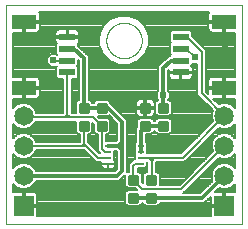
<source format=gtl>
G75*
%MOIN*%
%OFA0B0*%
%FSLAX25Y25*%
%IPPOS*%
%LPD*%
%AMOC8*
5,1,8,0,0,1.08239X$1,22.5*
%
%ADD10C,0.00000*%
%ADD11C,0.00875*%
%ADD12R,0.06500X0.06500*%
%ADD13C,0.06500*%
%ADD14R,0.05315X0.02362*%
%ADD15R,0.07874X0.04724*%
%ADD16R,0.01969X0.00984*%
%ADD17C,0.00700*%
%ADD18C,0.02400*%
%ADD19C,0.00800*%
%ADD20C,0.01200*%
D10*
X0001750Y0001350D02*
X0001750Y0074185D01*
X0080490Y0074185D01*
X0080490Y0001350D01*
X0001750Y0001350D01*
X0035214Y0062374D02*
X0035216Y0062527D01*
X0035222Y0062681D01*
X0035232Y0062834D01*
X0035246Y0062986D01*
X0035264Y0063139D01*
X0035286Y0063290D01*
X0035311Y0063441D01*
X0035341Y0063592D01*
X0035375Y0063742D01*
X0035412Y0063890D01*
X0035453Y0064038D01*
X0035498Y0064184D01*
X0035547Y0064330D01*
X0035600Y0064474D01*
X0035656Y0064616D01*
X0035716Y0064757D01*
X0035780Y0064897D01*
X0035847Y0065035D01*
X0035918Y0065171D01*
X0035993Y0065305D01*
X0036070Y0065437D01*
X0036152Y0065567D01*
X0036236Y0065695D01*
X0036324Y0065821D01*
X0036415Y0065944D01*
X0036509Y0066065D01*
X0036607Y0066183D01*
X0036707Y0066299D01*
X0036811Y0066412D01*
X0036917Y0066523D01*
X0037026Y0066631D01*
X0037138Y0066736D01*
X0037252Y0066837D01*
X0037370Y0066936D01*
X0037489Y0067032D01*
X0037611Y0067125D01*
X0037736Y0067214D01*
X0037863Y0067301D01*
X0037992Y0067383D01*
X0038123Y0067463D01*
X0038256Y0067539D01*
X0038391Y0067612D01*
X0038528Y0067681D01*
X0038667Y0067746D01*
X0038807Y0067808D01*
X0038949Y0067866D01*
X0039092Y0067921D01*
X0039237Y0067972D01*
X0039383Y0068019D01*
X0039530Y0068062D01*
X0039678Y0068101D01*
X0039827Y0068137D01*
X0039977Y0068168D01*
X0040128Y0068196D01*
X0040279Y0068220D01*
X0040432Y0068240D01*
X0040584Y0068256D01*
X0040737Y0068268D01*
X0040890Y0068276D01*
X0041043Y0068280D01*
X0041197Y0068280D01*
X0041350Y0068276D01*
X0041503Y0068268D01*
X0041656Y0068256D01*
X0041808Y0068240D01*
X0041961Y0068220D01*
X0042112Y0068196D01*
X0042263Y0068168D01*
X0042413Y0068137D01*
X0042562Y0068101D01*
X0042710Y0068062D01*
X0042857Y0068019D01*
X0043003Y0067972D01*
X0043148Y0067921D01*
X0043291Y0067866D01*
X0043433Y0067808D01*
X0043573Y0067746D01*
X0043712Y0067681D01*
X0043849Y0067612D01*
X0043984Y0067539D01*
X0044117Y0067463D01*
X0044248Y0067383D01*
X0044377Y0067301D01*
X0044504Y0067214D01*
X0044629Y0067125D01*
X0044751Y0067032D01*
X0044870Y0066936D01*
X0044988Y0066837D01*
X0045102Y0066736D01*
X0045214Y0066631D01*
X0045323Y0066523D01*
X0045429Y0066412D01*
X0045533Y0066299D01*
X0045633Y0066183D01*
X0045731Y0066065D01*
X0045825Y0065944D01*
X0045916Y0065821D01*
X0046004Y0065695D01*
X0046088Y0065567D01*
X0046170Y0065437D01*
X0046247Y0065305D01*
X0046322Y0065171D01*
X0046393Y0065035D01*
X0046460Y0064897D01*
X0046524Y0064757D01*
X0046584Y0064616D01*
X0046640Y0064474D01*
X0046693Y0064330D01*
X0046742Y0064184D01*
X0046787Y0064038D01*
X0046828Y0063890D01*
X0046865Y0063742D01*
X0046899Y0063592D01*
X0046929Y0063441D01*
X0046954Y0063290D01*
X0046976Y0063139D01*
X0046994Y0062986D01*
X0047008Y0062834D01*
X0047018Y0062681D01*
X0047024Y0062527D01*
X0047026Y0062374D01*
X0047024Y0062221D01*
X0047018Y0062067D01*
X0047008Y0061914D01*
X0046994Y0061762D01*
X0046976Y0061609D01*
X0046954Y0061458D01*
X0046929Y0061307D01*
X0046899Y0061156D01*
X0046865Y0061006D01*
X0046828Y0060858D01*
X0046787Y0060710D01*
X0046742Y0060564D01*
X0046693Y0060418D01*
X0046640Y0060274D01*
X0046584Y0060132D01*
X0046524Y0059991D01*
X0046460Y0059851D01*
X0046393Y0059713D01*
X0046322Y0059577D01*
X0046247Y0059443D01*
X0046170Y0059311D01*
X0046088Y0059181D01*
X0046004Y0059053D01*
X0045916Y0058927D01*
X0045825Y0058804D01*
X0045731Y0058683D01*
X0045633Y0058565D01*
X0045533Y0058449D01*
X0045429Y0058336D01*
X0045323Y0058225D01*
X0045214Y0058117D01*
X0045102Y0058012D01*
X0044988Y0057911D01*
X0044870Y0057812D01*
X0044751Y0057716D01*
X0044629Y0057623D01*
X0044504Y0057534D01*
X0044377Y0057447D01*
X0044248Y0057365D01*
X0044117Y0057285D01*
X0043984Y0057209D01*
X0043849Y0057136D01*
X0043712Y0057067D01*
X0043573Y0057002D01*
X0043433Y0056940D01*
X0043291Y0056882D01*
X0043148Y0056827D01*
X0043003Y0056776D01*
X0042857Y0056729D01*
X0042710Y0056686D01*
X0042562Y0056647D01*
X0042413Y0056611D01*
X0042263Y0056580D01*
X0042112Y0056552D01*
X0041961Y0056528D01*
X0041808Y0056508D01*
X0041656Y0056492D01*
X0041503Y0056480D01*
X0041350Y0056472D01*
X0041197Y0056468D01*
X0041043Y0056468D01*
X0040890Y0056472D01*
X0040737Y0056480D01*
X0040584Y0056492D01*
X0040432Y0056508D01*
X0040279Y0056528D01*
X0040128Y0056552D01*
X0039977Y0056580D01*
X0039827Y0056611D01*
X0039678Y0056647D01*
X0039530Y0056686D01*
X0039383Y0056729D01*
X0039237Y0056776D01*
X0039092Y0056827D01*
X0038949Y0056882D01*
X0038807Y0056940D01*
X0038667Y0057002D01*
X0038528Y0057067D01*
X0038391Y0057136D01*
X0038256Y0057209D01*
X0038123Y0057285D01*
X0037992Y0057365D01*
X0037863Y0057447D01*
X0037736Y0057534D01*
X0037611Y0057623D01*
X0037489Y0057716D01*
X0037370Y0057812D01*
X0037252Y0057911D01*
X0037138Y0058012D01*
X0037026Y0058117D01*
X0036917Y0058225D01*
X0036811Y0058336D01*
X0036707Y0058449D01*
X0036607Y0058565D01*
X0036509Y0058683D01*
X0036415Y0058804D01*
X0036324Y0058927D01*
X0036236Y0059053D01*
X0036152Y0059181D01*
X0036070Y0059311D01*
X0035993Y0059443D01*
X0035918Y0059577D01*
X0035847Y0059713D01*
X0035780Y0059851D01*
X0035716Y0059991D01*
X0035656Y0060132D01*
X0035600Y0060274D01*
X0035547Y0060418D01*
X0035498Y0060564D01*
X0035453Y0060710D01*
X0035412Y0060858D01*
X0035375Y0061006D01*
X0035341Y0061156D01*
X0035311Y0061307D01*
X0035286Y0061458D01*
X0035264Y0061609D01*
X0035246Y0061762D01*
X0035232Y0061914D01*
X0035222Y0062067D01*
X0035216Y0062221D01*
X0035214Y0062374D01*
D11*
X0035063Y0041163D02*
X0035063Y0038537D01*
X0032437Y0038537D01*
X0032437Y0041163D01*
X0035063Y0041163D01*
X0035063Y0039368D02*
X0032437Y0039368D01*
X0032437Y0040199D02*
X0035063Y0040199D01*
X0035063Y0041030D02*
X0032437Y0041030D01*
X0029063Y0041163D02*
X0029063Y0038537D01*
X0026437Y0038537D01*
X0026437Y0041163D01*
X0029063Y0041163D01*
X0029063Y0039368D02*
X0026437Y0039368D01*
X0026437Y0040199D02*
X0029063Y0040199D01*
X0029063Y0041030D02*
X0026437Y0041030D01*
X0029063Y0035163D02*
X0029063Y0032537D01*
X0026437Y0032537D01*
X0026437Y0035163D01*
X0029063Y0035163D01*
X0029063Y0033368D02*
X0026437Y0033368D01*
X0026437Y0034199D02*
X0029063Y0034199D01*
X0029063Y0035030D02*
X0026437Y0035030D01*
X0035063Y0035163D02*
X0035063Y0032537D01*
X0032437Y0032537D01*
X0032437Y0035163D01*
X0035063Y0035163D01*
X0035063Y0033368D02*
X0032437Y0033368D01*
X0032437Y0034199D02*
X0035063Y0034199D01*
X0035063Y0035030D02*
X0032437Y0035030D01*
X0046937Y0035163D02*
X0046937Y0032537D01*
X0046937Y0035163D02*
X0049563Y0035163D01*
X0049563Y0032537D01*
X0046937Y0032537D01*
X0046937Y0033368D02*
X0049563Y0033368D01*
X0049563Y0034199D02*
X0046937Y0034199D01*
X0046937Y0035030D02*
X0049563Y0035030D01*
X0055563Y0035163D02*
X0055563Y0032537D01*
X0052937Y0032537D01*
X0052937Y0035163D01*
X0055563Y0035163D01*
X0055563Y0033368D02*
X0052937Y0033368D01*
X0052937Y0034199D02*
X0055563Y0034199D01*
X0055563Y0035030D02*
X0052937Y0035030D01*
X0055563Y0038537D02*
X0055563Y0041163D01*
X0055563Y0038537D02*
X0052937Y0038537D01*
X0052937Y0041163D01*
X0055563Y0041163D01*
X0055563Y0039368D02*
X0052937Y0039368D01*
X0052937Y0040199D02*
X0055563Y0040199D01*
X0055563Y0041030D02*
X0052937Y0041030D01*
X0046937Y0041163D02*
X0046937Y0038537D01*
X0046937Y0041163D02*
X0049563Y0041163D01*
X0049563Y0038537D01*
X0046937Y0038537D01*
X0046937Y0039368D02*
X0049563Y0039368D01*
X0049563Y0040199D02*
X0046937Y0040199D01*
X0046937Y0041030D02*
X0049563Y0041030D01*
X0048937Y0017163D02*
X0048937Y0014537D01*
X0048937Y0017163D02*
X0051563Y0017163D01*
X0051563Y0014537D01*
X0048937Y0014537D01*
X0048937Y0015368D02*
X0051563Y0015368D01*
X0051563Y0016199D02*
X0048937Y0016199D01*
X0048937Y0017030D02*
X0051563Y0017030D01*
X0042937Y0017163D02*
X0042937Y0014537D01*
X0042937Y0017163D02*
X0045563Y0017163D01*
X0045563Y0014537D01*
X0042937Y0014537D01*
X0042937Y0015368D02*
X0045563Y0015368D01*
X0045563Y0016199D02*
X0042937Y0016199D01*
X0042937Y0017030D02*
X0045563Y0017030D01*
X0042937Y0011163D02*
X0042937Y0008537D01*
X0042937Y0011163D02*
X0045563Y0011163D01*
X0045563Y0008537D01*
X0042937Y0008537D01*
X0042937Y0009368D02*
X0045563Y0009368D01*
X0045563Y0010199D02*
X0042937Y0010199D01*
X0042937Y0011030D02*
X0045563Y0011030D01*
X0048937Y0011163D02*
X0048937Y0008537D01*
X0048937Y0011163D02*
X0051563Y0011163D01*
X0051563Y0008537D01*
X0048937Y0008537D01*
X0048937Y0009368D02*
X0051563Y0009368D01*
X0051563Y0010199D02*
X0048937Y0010199D01*
X0048937Y0011030D02*
X0051563Y0011030D01*
D12*
X0074585Y0007216D03*
X0007656Y0007216D03*
D13*
X0007656Y0017216D03*
X0007656Y0027216D03*
X0007656Y0037216D03*
X0074585Y0037216D03*
X0074585Y0027216D03*
X0074585Y0017216D03*
D14*
X0060018Y0051744D03*
X0060018Y0055681D03*
X0060018Y0059618D03*
X0060018Y0063555D03*
X0022222Y0063555D03*
X0022222Y0059618D03*
X0022222Y0055681D03*
X0022222Y0051744D03*
D15*
X0007754Y0046626D03*
X0007754Y0068673D03*
X0074486Y0068673D03*
X0074486Y0046626D03*
D16*
X0046683Y0027224D03*
X0046683Y0025256D03*
X0046683Y0023287D03*
X0046683Y0021319D03*
X0035856Y0021319D03*
X0035856Y0023287D03*
X0035856Y0025256D03*
X0035856Y0027224D03*
D17*
X0035200Y0028874D02*
X0035200Y0031050D01*
X0035679Y0031050D01*
X0036550Y0031921D01*
X0036550Y0035779D01*
X0035679Y0036650D01*
X0032901Y0036650D01*
X0032501Y0037050D01*
X0035679Y0037050D01*
X0035998Y0037369D01*
X0038800Y0034567D01*
X0038800Y0029133D01*
X0038541Y0028874D01*
X0035200Y0028874D01*
X0035200Y0029290D02*
X0038800Y0029290D01*
X0038800Y0029989D02*
X0035200Y0029989D01*
X0035200Y0030687D02*
X0038800Y0030687D01*
X0038800Y0031386D02*
X0036015Y0031386D01*
X0036550Y0032084D02*
X0038800Y0032084D01*
X0038800Y0032783D02*
X0036550Y0032783D01*
X0036550Y0033482D02*
X0038800Y0033482D01*
X0038800Y0034180D02*
X0036550Y0034180D01*
X0036550Y0034879D02*
X0038488Y0034879D01*
X0037789Y0035577D02*
X0036550Y0035577D01*
X0036053Y0036276D02*
X0037091Y0036276D01*
X0036392Y0036974D02*
X0032577Y0036974D01*
X0030550Y0034899D02*
X0030950Y0034499D01*
X0030950Y0031921D01*
X0031821Y0031050D01*
X0032300Y0031050D01*
X0032300Y0025649D01*
X0033212Y0024737D01*
X0032914Y0024737D01*
X0029800Y0027851D01*
X0029200Y0028451D01*
X0029200Y0031050D01*
X0029679Y0031050D01*
X0030550Y0031921D01*
X0030550Y0034899D01*
X0030550Y0034879D02*
X0030571Y0034879D01*
X0030550Y0034180D02*
X0030950Y0034180D01*
X0030950Y0033482D02*
X0030550Y0033482D01*
X0030550Y0032783D02*
X0030950Y0032783D01*
X0030950Y0032084D02*
X0030550Y0032084D01*
X0030015Y0031386D02*
X0031485Y0031386D01*
X0032300Y0030687D02*
X0029200Y0030687D01*
X0029200Y0029989D02*
X0032300Y0029989D01*
X0032300Y0029290D02*
X0029200Y0029290D01*
X0029200Y0028592D02*
X0032300Y0028592D01*
X0032300Y0027893D02*
X0029757Y0027893D01*
X0030456Y0027195D02*
X0032300Y0027195D01*
X0032300Y0026496D02*
X0031154Y0026496D01*
X0031853Y0025798D02*
X0032300Y0025798D01*
X0032551Y0025099D02*
X0032850Y0025099D01*
X0030546Y0023004D02*
X0008723Y0023004D01*
X0008511Y0022916D02*
X0010091Y0023571D01*
X0011301Y0024780D01*
X0011709Y0025766D01*
X0027783Y0025766D01*
X0031712Y0021837D01*
X0033522Y0021837D01*
X0033522Y0021319D01*
X0035856Y0021319D01*
X0035856Y0021318D01*
X0035856Y0021318D01*
X0035856Y0019476D01*
X0034694Y0019476D01*
X0034351Y0019568D01*
X0034043Y0019746D01*
X0033792Y0019997D01*
X0033614Y0020305D01*
X0033522Y0020649D01*
X0033522Y0021318D01*
X0035856Y0021318D01*
X0035856Y0019476D01*
X0037018Y0019476D01*
X0037362Y0019568D01*
X0037669Y0019746D01*
X0037921Y0019997D01*
X0038099Y0020305D01*
X0038191Y0020649D01*
X0038191Y0021318D01*
X0035856Y0021318D01*
X0035856Y0021319D01*
X0038191Y0021319D01*
X0038191Y0021988D01*
X0038099Y0022332D01*
X0037921Y0022640D01*
X0037891Y0022670D01*
X0037891Y0024214D01*
X0037833Y0024271D01*
X0037891Y0024328D01*
X0037891Y0025574D01*
X0038541Y0025574D01*
X0038800Y0025315D01*
X0038800Y0019533D01*
X0038133Y0018866D01*
X0011626Y0018866D01*
X0011301Y0019652D01*
X0010091Y0020861D01*
X0008511Y0021516D01*
X0006800Y0021516D01*
X0005220Y0020861D01*
X0004100Y0019742D01*
X0004100Y0024691D01*
X0005220Y0023571D01*
X0006800Y0022916D01*
X0008511Y0022916D01*
X0010223Y0023702D02*
X0029847Y0023702D01*
X0029149Y0024401D02*
X0010921Y0024401D01*
X0011433Y0025099D02*
X0028450Y0025099D01*
X0031244Y0022305D02*
X0004100Y0022305D01*
X0004100Y0021607D02*
X0033522Y0021607D01*
X0033522Y0020908D02*
X0009978Y0020908D01*
X0010743Y0020210D02*
X0033669Y0020210D01*
X0034564Y0019511D02*
X0011359Y0019511D01*
X0011626Y0015566D02*
X0039500Y0015566D01*
X0040466Y0016533D01*
X0041133Y0017200D01*
X0041133Y0017200D01*
X0041450Y0017517D01*
X0041450Y0013921D01*
X0042321Y0013050D01*
X0044999Y0013050D01*
X0045399Y0012650D01*
X0042321Y0012650D01*
X0041450Y0011779D01*
X0041450Y0007921D01*
X0042321Y0007050D01*
X0046179Y0007050D01*
X0047050Y0007921D01*
X0047050Y0008200D01*
X0047450Y0008200D01*
X0047450Y0007921D01*
X0048321Y0007050D01*
X0052179Y0007050D01*
X0053050Y0007921D01*
X0053050Y0008200D01*
X0067902Y0008200D01*
X0068868Y0009167D01*
X0069985Y0010283D01*
X0069985Y0007566D01*
X0074235Y0007566D01*
X0074235Y0011816D01*
X0071518Y0011816D01*
X0072944Y0013242D01*
X0073729Y0012916D01*
X0075440Y0012916D01*
X0077020Y0013571D01*
X0078140Y0014691D01*
X0078140Y0011782D01*
X0078012Y0011816D01*
X0074935Y0011816D01*
X0074935Y0007566D01*
X0074235Y0007566D01*
X0074235Y0006866D01*
X0069985Y0006866D01*
X0069985Y0003788D01*
X0070008Y0003700D01*
X0012232Y0003700D01*
X0012255Y0003788D01*
X0012255Y0006866D01*
X0008006Y0006866D01*
X0008006Y0007566D01*
X0012255Y0007566D01*
X0012255Y0010644D01*
X0012163Y0010987D01*
X0011986Y0011295D01*
X0011734Y0011546D01*
X0011427Y0011724D01*
X0011083Y0011816D01*
X0008005Y0011816D01*
X0008005Y0007566D01*
X0007306Y0007566D01*
X0007306Y0011816D01*
X0004228Y0011816D01*
X0004100Y0011782D01*
X0004100Y0014691D01*
X0005220Y0013571D01*
X0006800Y0012916D01*
X0008511Y0012916D01*
X0010091Y0013571D01*
X0011301Y0014780D01*
X0011626Y0015566D01*
X0011524Y0015320D02*
X0041450Y0015320D01*
X0041450Y0014622D02*
X0011142Y0014622D01*
X0010444Y0013923D02*
X0041450Y0013923D01*
X0042147Y0013225D02*
X0009256Y0013225D01*
X0008005Y0011129D02*
X0007306Y0011129D01*
X0007306Y0010431D02*
X0008005Y0010431D01*
X0008005Y0009732D02*
X0007306Y0009732D01*
X0007306Y0009034D02*
X0008005Y0009034D01*
X0008005Y0008335D02*
X0007306Y0008335D01*
X0007306Y0007637D02*
X0008005Y0007637D01*
X0008006Y0006938D02*
X0074235Y0006938D01*
X0074235Y0007637D02*
X0074935Y0007637D01*
X0074935Y0008335D02*
X0074235Y0008335D01*
X0074235Y0009034D02*
X0074935Y0009034D01*
X0074935Y0009732D02*
X0074235Y0009732D01*
X0074235Y0010431D02*
X0074935Y0010431D01*
X0074935Y0011129D02*
X0074235Y0011129D01*
X0072984Y0013225D02*
X0072927Y0013225D01*
X0072228Y0012526D02*
X0078140Y0012526D01*
X0078140Y0011828D02*
X0071530Y0011828D01*
X0069985Y0009732D02*
X0069434Y0009732D01*
X0069985Y0009034D02*
X0068736Y0009034D01*
X0068037Y0008335D02*
X0069985Y0008335D01*
X0069985Y0007637D02*
X0052765Y0007637D01*
X0047735Y0007637D02*
X0046765Y0007637D01*
X0042198Y0012526D02*
X0004100Y0012526D01*
X0004100Y0011828D02*
X0041499Y0011828D01*
X0041450Y0011129D02*
X0012082Y0011129D01*
X0012255Y0010431D02*
X0041450Y0010431D01*
X0041450Y0009732D02*
X0012255Y0009732D01*
X0012255Y0009034D02*
X0041450Y0009034D01*
X0041450Y0008335D02*
X0012255Y0008335D01*
X0012255Y0007637D02*
X0041735Y0007637D01*
X0047450Y0014701D02*
X0047050Y0015101D01*
X0047050Y0017779D01*
X0046179Y0018650D01*
X0045700Y0018650D01*
X0045700Y0019776D01*
X0048102Y0019776D01*
X0048717Y0020391D01*
X0048717Y0021837D01*
X0048812Y0021837D01*
X0048900Y0021749D01*
X0048900Y0018650D01*
X0048321Y0018650D01*
X0047450Y0017779D01*
X0047450Y0014701D01*
X0047450Y0015320D02*
X0047050Y0015320D01*
X0047050Y0016019D02*
X0047450Y0016019D01*
X0047450Y0016717D02*
X0047050Y0016717D01*
X0047050Y0017416D02*
X0047450Y0017416D01*
X0047786Y0018114D02*
X0046714Y0018114D01*
X0045700Y0018813D02*
X0048900Y0018813D01*
X0048900Y0019511D02*
X0045700Y0019511D01*
X0048536Y0020210D02*
X0048900Y0020210D01*
X0048900Y0020908D02*
X0048717Y0020908D01*
X0048717Y0021607D02*
X0048900Y0021607D01*
X0051800Y0021607D02*
X0066925Y0021607D01*
X0067623Y0022305D02*
X0061724Y0022305D01*
X0062105Y0022686D02*
X0072744Y0033324D01*
X0073729Y0032916D01*
X0075440Y0032916D01*
X0077020Y0033571D01*
X0078140Y0034691D01*
X0078140Y0029742D01*
X0077020Y0030861D01*
X0075440Y0031516D01*
X0073729Y0031516D01*
X0072149Y0030861D01*
X0070939Y0029652D01*
X0070285Y0028071D01*
X0070285Y0026361D01*
X0070693Y0025375D01*
X0059618Y0014300D01*
X0053050Y0014300D01*
X0053050Y0017779D01*
X0052179Y0018650D01*
X0051800Y0018650D01*
X0051800Y0021749D01*
X0051851Y0021800D01*
X0051888Y0021837D01*
X0061256Y0021837D01*
X0062105Y0022686D01*
X0062423Y0023004D02*
X0068322Y0023004D01*
X0069020Y0023702D02*
X0063121Y0023702D01*
X0063820Y0024401D02*
X0069719Y0024401D01*
X0070417Y0025099D02*
X0064518Y0025099D01*
X0065217Y0025798D02*
X0070518Y0025798D01*
X0070285Y0026496D02*
X0065916Y0026496D01*
X0066614Y0027195D02*
X0070285Y0027195D01*
X0070285Y0027893D02*
X0067313Y0027893D01*
X0068011Y0028592D02*
X0070500Y0028592D01*
X0070790Y0029290D02*
X0068710Y0029290D01*
X0069408Y0029989D02*
X0071276Y0029989D01*
X0071975Y0030687D02*
X0070107Y0030687D01*
X0070805Y0031386D02*
X0073415Y0031386D01*
X0072202Y0032783D02*
X0078140Y0032783D01*
X0078140Y0032084D02*
X0071504Y0032084D01*
X0069498Y0034180D02*
X0057050Y0034180D01*
X0057050Y0033482D02*
X0068799Y0033482D01*
X0068101Y0032783D02*
X0057050Y0032783D01*
X0057050Y0032084D02*
X0067402Y0032084D01*
X0066704Y0031386D02*
X0056515Y0031386D01*
X0056179Y0031050D02*
X0057050Y0031921D01*
X0057050Y0035779D01*
X0056179Y0036650D01*
X0052321Y0036650D01*
X0051450Y0035779D01*
X0051450Y0035500D01*
X0051050Y0035500D01*
X0051050Y0035779D01*
X0050179Y0036650D01*
X0046321Y0036650D01*
X0045450Y0035779D01*
X0045450Y0033383D01*
X0045033Y0032967D01*
X0045033Y0028535D01*
X0044649Y0028151D01*
X0044649Y0026297D01*
X0044706Y0026240D01*
X0044649Y0026183D01*
X0044649Y0024328D01*
X0044706Y0024271D01*
X0044649Y0024214D01*
X0044649Y0022768D01*
X0044318Y0022768D01*
X0042800Y0021251D01*
X0042800Y0018650D01*
X0042321Y0018650D01*
X0042100Y0018429D01*
X0042100Y0035933D01*
X0036550Y0041483D01*
X0036550Y0041779D01*
X0035679Y0042650D01*
X0031821Y0042650D01*
X0030950Y0041779D01*
X0030950Y0041500D01*
X0030550Y0041500D01*
X0030550Y0041779D01*
X0029679Y0042650D01*
X0029400Y0042650D01*
X0029400Y0057133D01*
X0025930Y0060604D01*
X0025930Y0061234D01*
X0025790Y0061374D01*
X0025960Y0061545D01*
X0026138Y0061853D01*
X0026230Y0062196D01*
X0026230Y0063314D01*
X0022463Y0063314D01*
X0022463Y0063795D01*
X0026230Y0063795D01*
X0026230Y0064914D01*
X0026138Y0065257D01*
X0025960Y0065565D01*
X0025709Y0065816D01*
X0025401Y0065994D01*
X0025058Y0066086D01*
X0022463Y0066086D01*
X0022463Y0063795D01*
X0021982Y0063795D01*
X0021982Y0063314D01*
X0018215Y0063314D01*
X0018215Y0062196D01*
X0018307Y0061853D01*
X0018485Y0061545D01*
X0018655Y0061374D01*
X0018515Y0061234D01*
X0018515Y0058002D01*
X0018867Y0057649D01*
X0018850Y0057632D01*
X0018482Y0058000D01*
X0016618Y0058000D01*
X0015300Y0056682D01*
X0015300Y0054818D01*
X0016618Y0053500D01*
X0018482Y0053500D01*
X0018781Y0053799D01*
X0018867Y0053712D01*
X0018515Y0053360D01*
X0018515Y0050128D01*
X0019130Y0049513D01*
X0020772Y0049513D01*
X0020772Y0038200D01*
X0011902Y0038200D01*
X0011301Y0039652D01*
X0010091Y0040861D01*
X0008511Y0041516D01*
X0006800Y0041516D01*
X0005220Y0040861D01*
X0004100Y0039742D01*
X0004100Y0042913D01*
X0007404Y0042913D01*
X0007404Y0046276D01*
X0008104Y0046276D01*
X0008104Y0046976D01*
X0007404Y0046976D01*
X0007404Y0050338D01*
X0004100Y0050338D01*
X0004100Y0064961D01*
X0007404Y0064961D01*
X0007404Y0068323D01*
X0008104Y0068323D01*
X0008104Y0069023D01*
X0013041Y0069023D01*
X0013041Y0071213D01*
X0012949Y0071556D01*
X0012788Y0071835D01*
X0069452Y0071835D01*
X0069291Y0071556D01*
X0069199Y0071213D01*
X0069199Y0069023D01*
X0074136Y0069023D01*
X0074136Y0068323D01*
X0069199Y0068323D01*
X0069199Y0066133D01*
X0069291Y0065790D01*
X0069469Y0065482D01*
X0069720Y0065230D01*
X0070028Y0065053D01*
X0070371Y0064961D01*
X0074136Y0064961D01*
X0074136Y0068323D01*
X0074836Y0068323D01*
X0074836Y0064961D01*
X0078140Y0064961D01*
X0078140Y0050338D01*
X0074836Y0050338D01*
X0074836Y0046976D01*
X0074136Y0046976D01*
X0074136Y0050338D01*
X0070371Y0050338D01*
X0070028Y0050246D01*
X0069720Y0050068D01*
X0069469Y0049817D01*
X0069291Y0049509D01*
X0069199Y0049166D01*
X0069199Y0046976D01*
X0074136Y0046976D01*
X0074136Y0046276D01*
X0069199Y0046276D01*
X0069199Y0044652D01*
X0068400Y0045451D01*
X0068400Y0059251D01*
X0067551Y0060100D01*
X0063725Y0063925D01*
X0063725Y0065171D01*
X0063110Y0065786D01*
X0056925Y0065786D01*
X0056310Y0065171D01*
X0056310Y0061939D01*
X0056663Y0061586D01*
X0056310Y0061234D01*
X0056310Y0058002D01*
X0056663Y0057649D01*
X0056344Y0057331D01*
X0055997Y0057331D01*
X0052600Y0053933D01*
X0052600Y0045682D01*
X0052000Y0045082D01*
X0052000Y0043218D01*
X0052568Y0042650D01*
X0052321Y0042650D01*
X0051450Y0041779D01*
X0051450Y0037921D01*
X0052321Y0037050D01*
X0056179Y0037050D01*
X0057050Y0037921D01*
X0057050Y0041779D01*
X0056179Y0042650D01*
X0055932Y0042650D01*
X0056500Y0043218D01*
X0056500Y0045082D01*
X0055900Y0045682D01*
X0055900Y0052567D01*
X0056010Y0052677D01*
X0056010Y0051984D01*
X0059777Y0051984D01*
X0059777Y0051503D01*
X0056010Y0051503D01*
X0056010Y0050385D01*
X0056102Y0050042D01*
X0056280Y0049734D01*
X0056531Y0049482D01*
X0056839Y0049305D01*
X0057182Y0049213D01*
X0059777Y0049213D01*
X0059777Y0051503D01*
X0060258Y0051503D01*
X0060258Y0049213D01*
X0062853Y0049213D01*
X0063196Y0049305D01*
X0063504Y0049482D01*
X0063755Y0049734D01*
X0063933Y0050042D01*
X0064025Y0050385D01*
X0064025Y0051503D01*
X0060258Y0051503D01*
X0060258Y0051984D01*
X0064025Y0051984D01*
X0064025Y0053103D01*
X0063933Y0053446D01*
X0063755Y0053754D01*
X0063585Y0053924D01*
X0063725Y0054065D01*
X0063725Y0054600D01*
X0065500Y0054600D01*
X0065500Y0044250D01*
X0070693Y0039057D01*
X0070285Y0038071D01*
X0070285Y0036361D01*
X0070693Y0035375D01*
X0060055Y0024737D01*
X0048717Y0024737D01*
X0048717Y0026183D01*
X0048660Y0026240D01*
X0048717Y0026297D01*
X0048717Y0028151D01*
X0048333Y0028535D01*
X0048333Y0031050D01*
X0050179Y0031050D01*
X0051050Y0031921D01*
X0051050Y0032200D01*
X0051450Y0032200D01*
X0051450Y0031921D01*
X0052321Y0031050D01*
X0056179Y0031050D01*
X0051985Y0031386D02*
X0050515Y0031386D01*
X0051050Y0032084D02*
X0051450Y0032084D01*
X0048333Y0030687D02*
X0066005Y0030687D01*
X0065307Y0029989D02*
X0048333Y0029989D01*
X0048333Y0029290D02*
X0064608Y0029290D01*
X0063910Y0028592D02*
X0048333Y0028592D01*
X0048717Y0027893D02*
X0063211Y0027893D01*
X0062513Y0027195D02*
X0048717Y0027195D01*
X0048717Y0026496D02*
X0061814Y0026496D01*
X0061116Y0025798D02*
X0048717Y0025798D01*
X0048717Y0025099D02*
X0060417Y0025099D01*
X0065528Y0020210D02*
X0051800Y0020210D01*
X0051800Y0020908D02*
X0066226Y0020908D01*
X0064829Y0019511D02*
X0051800Y0019511D01*
X0051800Y0018813D02*
X0064131Y0018813D01*
X0063432Y0018114D02*
X0052714Y0018114D01*
X0053050Y0017416D02*
X0062734Y0017416D01*
X0062035Y0016717D02*
X0053050Y0016717D01*
X0053050Y0016019D02*
X0061337Y0016019D01*
X0060638Y0015320D02*
X0053050Y0015320D01*
X0053050Y0014622D02*
X0059940Y0014622D01*
X0061945Y0012526D02*
X0067561Y0012526D01*
X0066863Y0011828D02*
X0061247Y0011828D01*
X0060919Y0011500D02*
X0061668Y0012249D01*
X0072744Y0023324D01*
X0073729Y0022916D01*
X0075440Y0022916D01*
X0077020Y0023571D01*
X0078140Y0024691D01*
X0078140Y0019742D01*
X0077020Y0020861D01*
X0075440Y0021516D01*
X0073729Y0021516D01*
X0072149Y0020861D01*
X0070939Y0019652D01*
X0070285Y0018071D01*
X0070285Y0016361D01*
X0070610Y0015575D01*
X0066535Y0011500D01*
X0060919Y0011500D01*
X0062644Y0013225D02*
X0068260Y0013225D01*
X0068958Y0013923D02*
X0063342Y0013923D01*
X0064041Y0014622D02*
X0069657Y0014622D01*
X0070355Y0015320D02*
X0064739Y0015320D01*
X0065438Y0016019D02*
X0070426Y0016019D01*
X0070285Y0016717D02*
X0066136Y0016717D01*
X0066835Y0017416D02*
X0070285Y0017416D01*
X0070302Y0018114D02*
X0067533Y0018114D01*
X0068232Y0018813D02*
X0070592Y0018813D01*
X0070881Y0019511D02*
X0068930Y0019511D01*
X0069629Y0020210D02*
X0071497Y0020210D01*
X0072262Y0020908D02*
X0070327Y0020908D01*
X0071026Y0021607D02*
X0078140Y0021607D01*
X0078140Y0022305D02*
X0071724Y0022305D01*
X0072423Y0023004D02*
X0073518Y0023004D01*
X0075652Y0023004D02*
X0078140Y0023004D01*
X0078140Y0023702D02*
X0077152Y0023702D01*
X0077850Y0024401D02*
X0078140Y0024401D01*
X0078140Y0020908D02*
X0076907Y0020908D01*
X0077672Y0020210D02*
X0078140Y0020210D01*
X0078071Y0014622D02*
X0078140Y0014622D01*
X0078140Y0013923D02*
X0077373Y0013923D01*
X0078140Y0013225D02*
X0076185Y0013225D01*
X0069985Y0006240D02*
X0012255Y0006240D01*
X0012255Y0005541D02*
X0069985Y0005541D01*
X0069985Y0004843D02*
X0012255Y0004843D01*
X0012255Y0004144D02*
X0069985Y0004144D01*
X0044649Y0023004D02*
X0042100Y0023004D01*
X0042100Y0023702D02*
X0044649Y0023702D01*
X0044649Y0024401D02*
X0042100Y0024401D01*
X0042100Y0025099D02*
X0044649Y0025099D01*
X0044649Y0025798D02*
X0042100Y0025798D01*
X0042100Y0026496D02*
X0044649Y0026496D01*
X0044649Y0027195D02*
X0042100Y0027195D01*
X0042100Y0027893D02*
X0044649Y0027893D01*
X0045033Y0028592D02*
X0042100Y0028592D01*
X0042100Y0029290D02*
X0045033Y0029290D01*
X0045033Y0029989D02*
X0042100Y0029989D01*
X0042100Y0030687D02*
X0045033Y0030687D01*
X0045033Y0031386D02*
X0042100Y0031386D01*
X0042100Y0032084D02*
X0045033Y0032084D01*
X0045033Y0032783D02*
X0042100Y0032783D01*
X0042100Y0033482D02*
X0045450Y0033482D01*
X0045450Y0034180D02*
X0042100Y0034180D01*
X0042100Y0034879D02*
X0045450Y0034879D01*
X0045450Y0035577D02*
X0042100Y0035577D01*
X0041758Y0036276D02*
X0045947Y0036276D01*
X0046248Y0036872D02*
X0046702Y0036750D01*
X0047900Y0036750D01*
X0047900Y0039500D01*
X0048600Y0039500D01*
X0048600Y0040200D01*
X0047900Y0040200D01*
X0047900Y0042950D01*
X0046702Y0042950D01*
X0046248Y0042828D01*
X0045840Y0042593D01*
X0045507Y0042260D01*
X0045272Y0041852D01*
X0045150Y0041398D01*
X0045150Y0040200D01*
X0047900Y0040200D01*
X0047900Y0039500D01*
X0045150Y0039500D01*
X0045150Y0038302D01*
X0045272Y0037848D01*
X0045507Y0037440D01*
X0045840Y0037107D01*
X0046248Y0036872D01*
X0046070Y0036974D02*
X0041059Y0036974D01*
X0040361Y0037673D02*
X0045373Y0037673D01*
X0045150Y0038371D02*
X0039662Y0038371D01*
X0038964Y0039070D02*
X0045150Y0039070D01*
X0045150Y0040467D02*
X0037567Y0040467D01*
X0036868Y0041165D02*
X0045150Y0041165D01*
X0045278Y0041864D02*
X0036465Y0041864D01*
X0035766Y0042562D02*
X0045809Y0042562D01*
X0047900Y0042562D02*
X0048600Y0042562D01*
X0048600Y0042950D02*
X0048600Y0040200D01*
X0051350Y0040200D01*
X0051350Y0041398D01*
X0051228Y0041852D01*
X0050993Y0042260D01*
X0050660Y0042593D01*
X0050252Y0042828D01*
X0049798Y0042950D01*
X0048600Y0042950D01*
X0048600Y0041864D02*
X0047900Y0041864D01*
X0047900Y0041165D02*
X0048600Y0041165D01*
X0048600Y0040467D02*
X0047900Y0040467D01*
X0047900Y0039768D02*
X0038265Y0039768D01*
X0031734Y0042562D02*
X0029766Y0042562D01*
X0029400Y0043261D02*
X0052000Y0043261D01*
X0052000Y0043959D02*
X0029400Y0043959D01*
X0029400Y0044658D02*
X0052000Y0044658D01*
X0052274Y0045356D02*
X0029400Y0045356D01*
X0029400Y0046055D02*
X0052600Y0046055D01*
X0052600Y0046753D02*
X0029400Y0046753D01*
X0029400Y0047452D02*
X0052600Y0047452D01*
X0052600Y0048150D02*
X0029400Y0048150D01*
X0029400Y0048849D02*
X0052600Y0048849D01*
X0052600Y0049547D02*
X0029400Y0049547D01*
X0029400Y0050246D02*
X0052600Y0050246D01*
X0052600Y0050944D02*
X0029400Y0050944D01*
X0029400Y0051643D02*
X0052600Y0051643D01*
X0052600Y0052341D02*
X0029400Y0052341D01*
X0029400Y0053040D02*
X0052600Y0053040D01*
X0052600Y0053738D02*
X0029400Y0053738D01*
X0029400Y0054437D02*
X0038708Y0054437D01*
X0039478Y0054118D02*
X0042762Y0054118D01*
X0045796Y0055375D01*
X0048119Y0057697D01*
X0049376Y0060731D01*
X0049376Y0064016D01*
X0048119Y0067050D01*
X0045796Y0069372D01*
X0042762Y0070629D01*
X0039478Y0070629D01*
X0036444Y0069372D01*
X0034121Y0067050D01*
X0032865Y0064016D01*
X0032865Y0060731D01*
X0034121Y0057697D01*
X0036444Y0055375D01*
X0039478Y0054118D01*
X0037022Y0055135D02*
X0029400Y0055135D01*
X0029400Y0055834D02*
X0035985Y0055834D01*
X0035286Y0056532D02*
X0029400Y0056532D01*
X0029303Y0057231D02*
X0034588Y0057231D01*
X0034025Y0057929D02*
X0028604Y0057929D01*
X0027906Y0058628D02*
X0033736Y0058628D01*
X0033447Y0059326D02*
X0027207Y0059326D01*
X0026508Y0060025D02*
X0033157Y0060025D01*
X0032868Y0060723D02*
X0025930Y0060723D01*
X0025837Y0061422D02*
X0032865Y0061422D01*
X0032865Y0062120D02*
X0026210Y0062120D01*
X0026230Y0062819D02*
X0032865Y0062819D01*
X0032865Y0063518D02*
X0022463Y0063518D01*
X0021982Y0063518D02*
X0004100Y0063518D01*
X0004100Y0064216D02*
X0018215Y0064216D01*
X0018215Y0063795D02*
X0021982Y0063795D01*
X0021982Y0066086D01*
X0019387Y0066086D01*
X0019044Y0065994D01*
X0018736Y0065816D01*
X0018485Y0065565D01*
X0018307Y0065257D01*
X0018215Y0064914D01*
X0018215Y0063795D01*
X0018215Y0062819D02*
X0004100Y0062819D01*
X0004100Y0062120D02*
X0018235Y0062120D01*
X0018607Y0061422D02*
X0004100Y0061422D01*
X0004100Y0060723D02*
X0018515Y0060723D01*
X0018515Y0060025D02*
X0004100Y0060025D01*
X0004100Y0059326D02*
X0018515Y0059326D01*
X0018515Y0058628D02*
X0004100Y0058628D01*
X0004100Y0057929D02*
X0016547Y0057929D01*
X0015849Y0057231D02*
X0004100Y0057231D01*
X0004100Y0056532D02*
X0015300Y0056532D01*
X0015300Y0055834D02*
X0004100Y0055834D01*
X0004100Y0055135D02*
X0015300Y0055135D01*
X0015681Y0054437D02*
X0004100Y0054437D01*
X0004100Y0053738D02*
X0016380Y0053738D01*
X0018515Y0053040D02*
X0004100Y0053040D01*
X0004100Y0052341D02*
X0018515Y0052341D01*
X0018515Y0051643D02*
X0004100Y0051643D01*
X0004100Y0050944D02*
X0018515Y0050944D01*
X0018515Y0050246D02*
X0012212Y0050246D01*
X0011869Y0050338D01*
X0008104Y0050338D01*
X0008104Y0046976D01*
X0013041Y0046976D01*
X0013041Y0049166D01*
X0012949Y0049509D01*
X0012771Y0049817D01*
X0012520Y0050068D01*
X0012212Y0050246D01*
X0012927Y0049547D02*
X0019095Y0049547D01*
X0020772Y0048849D02*
X0013041Y0048849D01*
X0013041Y0048150D02*
X0020772Y0048150D01*
X0020772Y0047452D02*
X0013041Y0047452D01*
X0013041Y0046276D02*
X0008104Y0046276D01*
X0008104Y0042913D01*
X0011869Y0042913D01*
X0012212Y0043005D01*
X0012520Y0043183D01*
X0012771Y0043434D01*
X0012949Y0043742D01*
X0013041Y0044086D01*
X0013041Y0046276D01*
X0013041Y0046055D02*
X0020772Y0046055D01*
X0020772Y0046753D02*
X0008104Y0046753D01*
X0008104Y0046055D02*
X0007404Y0046055D01*
X0007404Y0045356D02*
X0008104Y0045356D01*
X0008104Y0044658D02*
X0007404Y0044658D01*
X0007404Y0043959D02*
X0008104Y0043959D01*
X0008104Y0043261D02*
X0007404Y0043261D01*
X0005953Y0041165D02*
X0004100Y0041165D01*
X0004100Y0040467D02*
X0004825Y0040467D01*
X0004126Y0039768D02*
X0004100Y0039768D01*
X0004100Y0041864D02*
X0020772Y0041864D01*
X0020772Y0042562D02*
X0004100Y0042562D01*
X0009358Y0041165D02*
X0020772Y0041165D01*
X0020772Y0040467D02*
X0010486Y0040467D01*
X0011185Y0039768D02*
X0020772Y0039768D01*
X0020772Y0039070D02*
X0011542Y0039070D01*
X0011831Y0038371D02*
X0020772Y0038371D01*
X0023672Y0038371D02*
X0024950Y0038371D01*
X0024950Y0038200D02*
X0023672Y0038200D01*
X0023672Y0049513D01*
X0025315Y0049513D01*
X0025930Y0050128D01*
X0025930Y0053360D01*
X0025577Y0053712D01*
X0025930Y0054065D01*
X0025930Y0055937D01*
X0026100Y0055767D01*
X0026100Y0042650D01*
X0025821Y0042650D01*
X0024950Y0041779D01*
X0024950Y0038200D01*
X0024950Y0039070D02*
X0023672Y0039070D01*
X0023672Y0039768D02*
X0024950Y0039768D01*
X0024950Y0040467D02*
X0023672Y0040467D01*
X0023672Y0041165D02*
X0024950Y0041165D01*
X0025035Y0041864D02*
X0023672Y0041864D01*
X0023672Y0042562D02*
X0025734Y0042562D01*
X0026100Y0043261D02*
X0023672Y0043261D01*
X0023672Y0043959D02*
X0026100Y0043959D01*
X0026100Y0044658D02*
X0023672Y0044658D01*
X0023672Y0045356D02*
X0026100Y0045356D01*
X0026100Y0046055D02*
X0023672Y0046055D01*
X0023672Y0046753D02*
X0026100Y0046753D01*
X0026100Y0047452D02*
X0023672Y0047452D01*
X0023672Y0048150D02*
X0026100Y0048150D01*
X0026100Y0048849D02*
X0023672Y0048849D01*
X0025350Y0049547D02*
X0026100Y0049547D01*
X0026100Y0050246D02*
X0025930Y0050246D01*
X0025930Y0050944D02*
X0026100Y0050944D01*
X0026100Y0051643D02*
X0025930Y0051643D01*
X0025930Y0052341D02*
X0026100Y0052341D01*
X0026100Y0053040D02*
X0025930Y0053040D01*
X0026100Y0053738D02*
X0025604Y0053738D01*
X0025930Y0054437D02*
X0026100Y0054437D01*
X0026100Y0055135D02*
X0025930Y0055135D01*
X0025930Y0055834D02*
X0026033Y0055834D01*
X0018841Y0053738D02*
X0018720Y0053738D01*
X0018587Y0057929D02*
X0018553Y0057929D01*
X0021982Y0064216D02*
X0022463Y0064216D01*
X0022463Y0064915D02*
X0021982Y0064915D01*
X0021982Y0065613D02*
X0022463Y0065613D01*
X0025912Y0065613D02*
X0033526Y0065613D01*
X0033237Y0064915D02*
X0026230Y0064915D01*
X0026230Y0064216D02*
X0032948Y0064216D01*
X0033816Y0066312D02*
X0013041Y0066312D01*
X0013041Y0066133D02*
X0013041Y0068323D01*
X0008104Y0068323D01*
X0008104Y0064961D01*
X0011869Y0064961D01*
X0012212Y0065053D01*
X0012520Y0065230D01*
X0012771Y0065482D01*
X0012949Y0065790D01*
X0013041Y0066133D01*
X0012847Y0065613D02*
X0018533Y0065613D01*
X0018215Y0064915D02*
X0004100Y0064915D01*
X0007404Y0065613D02*
X0008104Y0065613D01*
X0008104Y0066312D02*
X0007404Y0066312D01*
X0007404Y0067010D02*
X0008104Y0067010D01*
X0008104Y0067709D02*
X0007404Y0067709D01*
X0008104Y0068407D02*
X0035478Y0068407D01*
X0034780Y0067709D02*
X0013041Y0067709D01*
X0013041Y0067010D02*
X0034105Y0067010D01*
X0036177Y0069106D02*
X0013041Y0069106D01*
X0013041Y0069804D02*
X0037486Y0069804D01*
X0039173Y0070503D02*
X0013041Y0070503D01*
X0013041Y0071201D02*
X0069199Y0071201D01*
X0069199Y0070503D02*
X0043068Y0070503D01*
X0044754Y0069804D02*
X0069199Y0069804D01*
X0069199Y0069106D02*
X0046063Y0069106D01*
X0046762Y0068407D02*
X0074136Y0068407D01*
X0074136Y0067709D02*
X0074836Y0067709D01*
X0074836Y0067010D02*
X0074136Y0067010D01*
X0074136Y0066312D02*
X0074836Y0066312D01*
X0074836Y0065613D02*
X0074136Y0065613D01*
X0078140Y0064915D02*
X0063725Y0064915D01*
X0063725Y0064216D02*
X0078140Y0064216D01*
X0078140Y0063518D02*
X0064133Y0063518D01*
X0064832Y0062819D02*
X0078140Y0062819D01*
X0078140Y0062120D02*
X0065530Y0062120D01*
X0066229Y0061422D02*
X0078140Y0061422D01*
X0078140Y0060723D02*
X0066927Y0060723D01*
X0067626Y0060025D02*
X0078140Y0060025D01*
X0078140Y0059326D02*
X0068324Y0059326D01*
X0068400Y0058628D02*
X0078140Y0058628D01*
X0078140Y0057929D02*
X0068400Y0057929D01*
X0068400Y0057231D02*
X0078140Y0057231D01*
X0078140Y0056532D02*
X0068400Y0056532D01*
X0068400Y0055834D02*
X0078140Y0055834D01*
X0078140Y0055135D02*
X0068400Y0055135D01*
X0068400Y0054437D02*
X0078140Y0054437D01*
X0078140Y0053738D02*
X0068400Y0053738D01*
X0068400Y0053040D02*
X0078140Y0053040D01*
X0078140Y0052341D02*
X0068400Y0052341D01*
X0068400Y0051643D02*
X0078140Y0051643D01*
X0078140Y0050944D02*
X0068400Y0050944D01*
X0068400Y0050246D02*
X0070028Y0050246D01*
X0069313Y0049547D02*
X0068400Y0049547D01*
X0068400Y0048849D02*
X0069199Y0048849D01*
X0069199Y0048150D02*
X0068400Y0048150D01*
X0068400Y0047452D02*
X0069199Y0047452D01*
X0068400Y0046753D02*
X0074136Y0046753D01*
X0074136Y0046276D02*
X0074836Y0046276D01*
X0074836Y0042913D01*
X0078140Y0042913D01*
X0078140Y0039742D01*
X0077020Y0040861D01*
X0075440Y0041516D01*
X0073729Y0041516D01*
X0072744Y0041108D01*
X0070938Y0042913D01*
X0074136Y0042913D01*
X0074136Y0046276D01*
X0074136Y0046055D02*
X0074836Y0046055D01*
X0074836Y0045356D02*
X0074136Y0045356D01*
X0074136Y0044658D02*
X0074836Y0044658D01*
X0074836Y0043959D02*
X0074136Y0043959D01*
X0074136Y0043261D02*
X0074836Y0043261D01*
X0076287Y0041165D02*
X0078140Y0041165D01*
X0078140Y0040467D02*
X0077415Y0040467D01*
X0078114Y0039768D02*
X0078140Y0039768D01*
X0078140Y0041864D02*
X0071988Y0041864D01*
X0071289Y0042562D02*
X0078140Y0042562D01*
X0072882Y0041165D02*
X0072686Y0041165D01*
X0070681Y0039070D02*
X0057050Y0039070D01*
X0057050Y0039768D02*
X0069982Y0039768D01*
X0069284Y0040467D02*
X0057050Y0040467D01*
X0057050Y0041165D02*
X0068585Y0041165D01*
X0067887Y0041864D02*
X0056965Y0041864D01*
X0056266Y0042562D02*
X0067188Y0042562D01*
X0066489Y0043261D02*
X0056500Y0043261D01*
X0056500Y0043959D02*
X0065791Y0043959D01*
X0065500Y0044658D02*
X0056500Y0044658D01*
X0056226Y0045356D02*
X0065500Y0045356D01*
X0065500Y0046055D02*
X0055900Y0046055D01*
X0055900Y0046753D02*
X0065500Y0046753D01*
X0065500Y0047452D02*
X0055900Y0047452D01*
X0055900Y0048150D02*
X0065500Y0048150D01*
X0065500Y0048849D02*
X0055900Y0048849D01*
X0055900Y0049547D02*
X0056466Y0049547D01*
X0056047Y0050246D02*
X0055900Y0050246D01*
X0055900Y0050944D02*
X0056010Y0050944D01*
X0055900Y0051643D02*
X0059777Y0051643D01*
X0060258Y0051643D02*
X0065500Y0051643D01*
X0065500Y0052341D02*
X0064025Y0052341D01*
X0064025Y0053040D02*
X0065500Y0053040D01*
X0065500Y0053738D02*
X0063764Y0053738D01*
X0063725Y0054437D02*
X0065500Y0054437D01*
X0065500Y0050944D02*
X0064025Y0050944D01*
X0063988Y0050246D02*
X0065500Y0050246D01*
X0065500Y0049547D02*
X0063569Y0049547D01*
X0060258Y0049547D02*
X0059777Y0049547D01*
X0059777Y0050246D02*
X0060258Y0050246D01*
X0060258Y0050944D02*
X0059777Y0050944D01*
X0056010Y0052341D02*
X0055900Y0052341D01*
X0053802Y0055135D02*
X0045218Y0055135D01*
X0046255Y0055834D02*
X0054500Y0055834D01*
X0055199Y0056532D02*
X0046954Y0056532D01*
X0047652Y0057231D02*
X0055897Y0057231D01*
X0056383Y0057929D02*
X0048215Y0057929D01*
X0048504Y0058628D02*
X0056310Y0058628D01*
X0056310Y0059326D02*
X0048794Y0059326D01*
X0049083Y0060025D02*
X0056310Y0060025D01*
X0056310Y0060723D02*
X0049372Y0060723D01*
X0049376Y0061422D02*
X0056498Y0061422D01*
X0056310Y0062120D02*
X0049376Y0062120D01*
X0049376Y0062819D02*
X0056310Y0062819D01*
X0056310Y0063518D02*
X0049376Y0063518D01*
X0049293Y0064216D02*
X0056310Y0064216D01*
X0056310Y0064915D02*
X0049003Y0064915D01*
X0048714Y0065613D02*
X0056753Y0065613D01*
X0063283Y0065613D02*
X0069393Y0065613D01*
X0069199Y0066312D02*
X0048425Y0066312D01*
X0048135Y0067010D02*
X0069199Y0067010D01*
X0069199Y0067709D02*
X0047460Y0067709D01*
X0043532Y0054437D02*
X0053103Y0054437D01*
X0052234Y0042562D02*
X0050691Y0042562D01*
X0051222Y0041864D02*
X0051535Y0041864D01*
X0051450Y0041165D02*
X0051350Y0041165D01*
X0051350Y0040467D02*
X0051450Y0040467D01*
X0051450Y0039768D02*
X0048600Y0039768D01*
X0048600Y0039500D02*
X0051350Y0039500D01*
X0051350Y0038302D01*
X0051228Y0037848D01*
X0050993Y0037440D01*
X0050660Y0037107D01*
X0050252Y0036872D01*
X0049798Y0036750D01*
X0048600Y0036750D01*
X0048600Y0039500D01*
X0048600Y0039070D02*
X0047900Y0039070D01*
X0047900Y0038371D02*
X0048600Y0038371D01*
X0048600Y0037673D02*
X0047900Y0037673D01*
X0047900Y0036974D02*
X0048600Y0036974D01*
X0050430Y0036974D02*
X0070285Y0036974D01*
X0070285Y0037673D02*
X0056801Y0037673D01*
X0057050Y0038371D02*
X0070409Y0038371D01*
X0070320Y0036276D02*
X0056553Y0036276D01*
X0057050Y0035577D02*
X0070609Y0035577D01*
X0070196Y0034879D02*
X0057050Y0034879D01*
X0051947Y0036276D02*
X0050553Y0036276D01*
X0051050Y0035577D02*
X0051450Y0035577D01*
X0051699Y0037673D02*
X0051127Y0037673D01*
X0051350Y0038371D02*
X0051450Y0038371D01*
X0051450Y0039070D02*
X0051350Y0039070D01*
X0038800Y0025099D02*
X0037891Y0025099D01*
X0037891Y0024401D02*
X0038800Y0024401D01*
X0038800Y0023702D02*
X0037891Y0023702D01*
X0037891Y0023004D02*
X0038800Y0023004D01*
X0038800Y0022305D02*
X0038106Y0022305D01*
X0038191Y0021607D02*
X0038800Y0021607D01*
X0038800Y0020908D02*
X0038191Y0020908D01*
X0038043Y0020210D02*
X0038800Y0020210D01*
X0038778Y0019511D02*
X0037149Y0019511D01*
X0035856Y0019511D02*
X0035856Y0019511D01*
X0035856Y0020210D02*
X0035856Y0020210D01*
X0035856Y0020908D02*
X0035856Y0020908D01*
X0039952Y0016019D02*
X0041450Y0016019D01*
X0041450Y0016717D02*
X0040651Y0016717D01*
X0040466Y0016533D02*
X0040466Y0016533D01*
X0041349Y0017416D02*
X0041450Y0017416D01*
X0042100Y0018813D02*
X0042800Y0018813D01*
X0042800Y0019511D02*
X0042100Y0019511D01*
X0042100Y0020210D02*
X0042800Y0020210D01*
X0042800Y0020908D02*
X0042100Y0020908D01*
X0042100Y0021607D02*
X0043156Y0021607D01*
X0043855Y0022305D02*
X0042100Y0022305D01*
X0026300Y0028666D02*
X0011709Y0028666D01*
X0011301Y0029652D01*
X0010091Y0030861D01*
X0008511Y0031516D01*
X0006800Y0031516D01*
X0005220Y0030861D01*
X0004100Y0029742D01*
X0004100Y0034691D01*
X0005220Y0033571D01*
X0006800Y0032916D01*
X0008511Y0032916D01*
X0010091Y0033571D01*
X0011301Y0034780D01*
X0011516Y0035300D01*
X0024950Y0035300D01*
X0024950Y0031921D01*
X0025821Y0031050D01*
X0026300Y0031050D01*
X0026300Y0028666D01*
X0026300Y0029290D02*
X0011451Y0029290D01*
X0010964Y0029989D02*
X0026300Y0029989D01*
X0026300Y0030687D02*
X0010265Y0030687D01*
X0008825Y0031386D02*
X0025485Y0031386D01*
X0024950Y0032084D02*
X0004100Y0032084D01*
X0004100Y0031386D02*
X0006486Y0031386D01*
X0005046Y0030687D02*
X0004100Y0030687D01*
X0004100Y0029989D02*
X0004347Y0029989D01*
X0004100Y0032783D02*
X0024950Y0032783D01*
X0024950Y0033482D02*
X0009876Y0033482D01*
X0010701Y0034180D02*
X0024950Y0034180D01*
X0024950Y0034879D02*
X0011342Y0034879D01*
X0005435Y0033482D02*
X0004100Y0033482D01*
X0004100Y0034180D02*
X0004610Y0034180D01*
X0012597Y0043261D02*
X0020772Y0043261D01*
X0020772Y0043959D02*
X0013007Y0043959D01*
X0013041Y0044658D02*
X0020772Y0044658D01*
X0020772Y0045356D02*
X0013041Y0045356D01*
X0008104Y0047452D02*
X0007404Y0047452D01*
X0007404Y0048150D02*
X0008104Y0048150D01*
X0008104Y0048849D02*
X0007404Y0048849D01*
X0007404Y0049547D02*
X0008104Y0049547D01*
X0008104Y0050246D02*
X0007404Y0050246D01*
X0030465Y0041864D02*
X0031035Y0041864D01*
X0006588Y0023004D02*
X0004100Y0023004D01*
X0004100Y0023702D02*
X0005088Y0023702D01*
X0004390Y0024401D02*
X0004100Y0024401D01*
X0004100Y0020908D02*
X0005333Y0020908D01*
X0004568Y0020210D02*
X0004100Y0020210D01*
X0004100Y0014622D02*
X0004169Y0014622D01*
X0004100Y0013923D02*
X0004867Y0013923D01*
X0004100Y0013225D02*
X0006055Y0013225D01*
X0068400Y0046055D02*
X0069199Y0046055D01*
X0069199Y0045356D02*
X0068495Y0045356D01*
X0069194Y0044658D02*
X0069199Y0044658D01*
X0074136Y0047452D02*
X0074836Y0047452D01*
X0074836Y0048150D02*
X0074136Y0048150D01*
X0074136Y0048849D02*
X0074836Y0048849D01*
X0074836Y0049547D02*
X0074136Y0049547D01*
X0074136Y0050246D02*
X0074836Y0050246D01*
X0077630Y0034180D02*
X0078140Y0034180D01*
X0078140Y0033482D02*
X0076805Y0033482D01*
X0075754Y0031386D02*
X0078140Y0031386D01*
X0078140Y0030687D02*
X0077194Y0030687D01*
X0077893Y0029989D02*
X0078140Y0029989D01*
D18*
X0076750Y0032350D03*
X0076750Y0022350D03*
X0054250Y0044150D03*
X0064650Y0056850D03*
X0074650Y0060450D03*
X0074650Y0063550D03*
X0037750Y0033950D03*
X0030750Y0029350D03*
X0047250Y0018850D03*
X0024750Y0048350D03*
X0017550Y0055750D03*
X0005050Y0032350D03*
X0010750Y0022350D03*
D19*
X0007656Y0027216D02*
X0027250Y0027216D01*
X0027750Y0027716D01*
X0027750Y0027850D01*
X0028350Y0027250D01*
X0028316Y0027216D01*
X0027250Y0027216D01*
X0027750Y0027850D02*
X0027750Y0033850D01*
X0030750Y0036750D02*
X0033650Y0033850D01*
X0033750Y0033850D01*
X0033750Y0026250D01*
X0034744Y0025256D01*
X0035856Y0025256D01*
X0035856Y0023287D02*
X0032313Y0023287D01*
X0028350Y0027250D01*
X0030750Y0036750D02*
X0023150Y0036750D01*
X0022995Y0036750D01*
X0022222Y0037522D01*
X0021450Y0036750D01*
X0023150Y0036750D01*
X0022222Y0037522D02*
X0022222Y0051744D01*
X0022222Y0055681D02*
X0017619Y0055681D01*
X0017550Y0055750D01*
X0007656Y0037216D02*
X0008122Y0036750D01*
X0021450Y0036750D01*
X0044250Y0020650D02*
X0044250Y0015850D01*
X0047250Y0012850D01*
X0060219Y0012850D01*
X0074585Y0027216D01*
X0074585Y0037216D02*
X0066950Y0044851D01*
X0066950Y0058650D01*
X0062045Y0063555D01*
X0060018Y0063555D01*
X0060018Y0059618D02*
X0061882Y0059618D01*
X0064650Y0056850D01*
X0074585Y0037216D02*
X0060656Y0023287D01*
X0051250Y0023287D01*
X0051250Y0023250D01*
X0050350Y0022350D01*
X0050350Y0015950D01*
X0050250Y0015850D01*
X0046683Y0021319D02*
X0044919Y0021319D01*
X0044250Y0020650D01*
X0046683Y0023287D02*
X0049413Y0023287D01*
X0051250Y0023287D01*
X0050350Y0022350D02*
X0049413Y0023287D01*
D20*
X0046683Y0025256D02*
X0046683Y0027224D01*
X0046683Y0032283D01*
X0048250Y0033850D01*
X0054250Y0033850D01*
X0054250Y0039850D02*
X0054250Y0044150D01*
X0054250Y0053250D01*
X0056681Y0055681D01*
X0060018Y0055681D01*
X0040450Y0035250D02*
X0035850Y0039850D01*
X0033750Y0039850D01*
X0027750Y0039850D01*
X0027750Y0056450D01*
X0024582Y0059618D01*
X0022222Y0059618D01*
X0040450Y0035250D02*
X0040450Y0028450D01*
X0039224Y0027224D01*
X0040450Y0025998D01*
X0040450Y0025850D01*
X0040450Y0018850D01*
X0038816Y0017216D01*
X0007656Y0017216D01*
X0035856Y0027224D02*
X0039224Y0027224D01*
X0040450Y0028450D02*
X0040450Y0025850D01*
X0044250Y0009850D02*
X0050250Y0009850D01*
X0067219Y0009850D01*
X0074585Y0017216D01*
M02*

</source>
